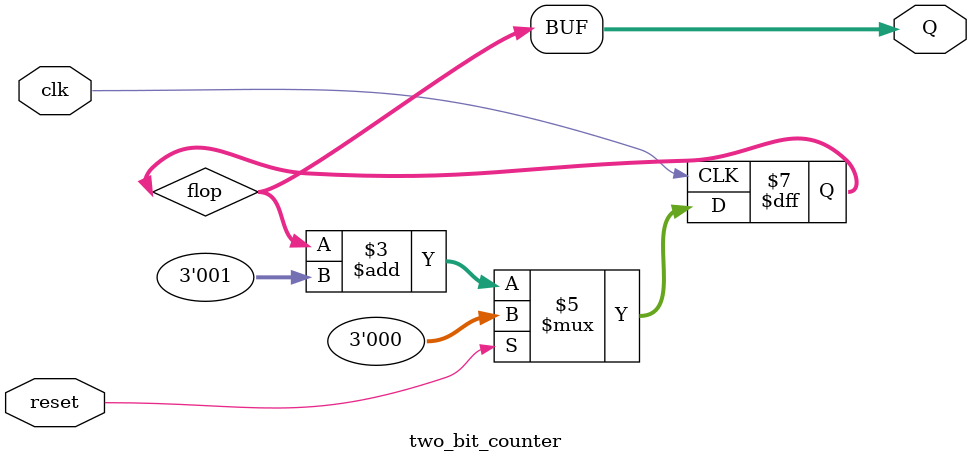
<source format=v>
module two_bit_counter(input clk, reset,  output[2:0] Q);

    //input
    reg[2:0] flop;

    always @(posedge clk) begin
        if(reset == 1'b1) 
        begin
            flop <= 3'b000;
        end
        else begin
          flop <= flop + 3'b001;
        end
    end

    assign Q = flop;

endmodule
</source>
